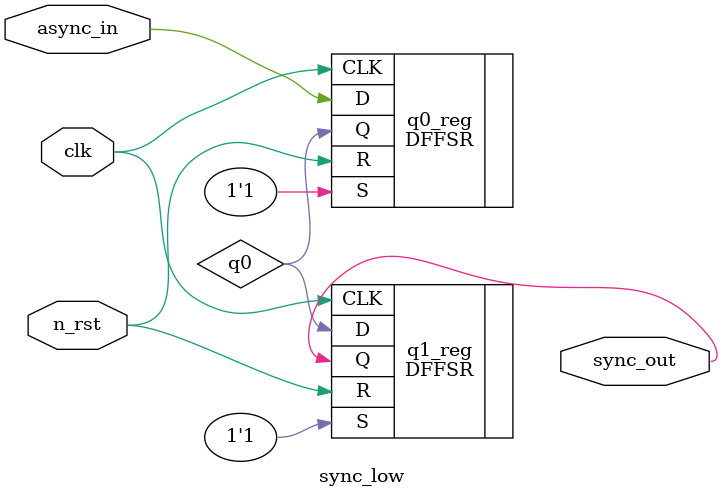
<source format=v>


module sync_low ( clk, n_rst, async_in, sync_out );
  input clk, n_rst, async_in;
  output sync_out;
  wire   q0;

  DFFSR q0_reg ( .D(async_in), .CLK(clk), .R(n_rst), .S(1'b1), .Q(q0) );
  DFFSR q1_reg ( .D(q0), .CLK(clk), .R(n_rst), .S(1'b1), .Q(sync_out) );
endmodule


</source>
